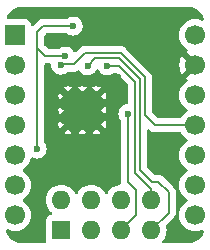
<source format=gbr>
%TF.GenerationSoftware,KiCad,Pcbnew,8.0.3*%
%TF.CreationDate,2024-07-22T10:14:54+02:00*%
%TF.ProjectId,Untitled,556e7469-746c-4656-942e-6b696361645f,rev?*%
%TF.SameCoordinates,Original*%
%TF.FileFunction,Copper,L2,Bot*%
%TF.FilePolarity,Positive*%
%FSLAX46Y46*%
G04 Gerber Fmt 4.6, Leading zero omitted, Abs format (unit mm)*
G04 Created by KiCad (PCBNEW 8.0.3) date 2024-07-22 10:14:54*
%MOMM*%
%LPD*%
G01*
G04 APERTURE LIST*
%TA.AperFunction,ComponentPad*%
%ADD10R,1.700000X1.700000*%
%TD*%
%TA.AperFunction,ComponentPad*%
%ADD11C,1.700000*%
%TD*%
%TA.AperFunction,ComponentPad*%
%ADD12R,1.600000X1.600000*%
%TD*%
%TA.AperFunction,ComponentPad*%
%ADD13O,1.600000X1.600000*%
%TD*%
%TA.AperFunction,HeatsinkPad*%
%ADD14C,0.630000*%
%TD*%
%TA.AperFunction,HeatsinkPad*%
%ADD15R,3.030000X3.030000*%
%TD*%
%TA.AperFunction,ViaPad*%
%ADD16C,0.600000*%
%TD*%
%TA.AperFunction,Conductor*%
%ADD17C,0.200000*%
%TD*%
G04 APERTURE END LIST*
D10*
%TO.P,U1,1,P0.02_A0_D0*%
%TO.N,MCLK*%
X89826500Y-49537590D03*
D11*
%TO.P,U1,2,P0.03_A1_D1*%
%TO.N,BCLK*%
X89826500Y-52077590D03*
%TO.P,U1,3,P0.28_A2_D2*%
%TO.N,WCLK*%
X89826500Y-54617590D03*
%TO.P,U1,4,P0.29_A3_D3*%
%TO.N,DIN*%
X89826500Y-57157590D03*
%TO.P,U1,5,P0.04_A4_D4_SDA*%
%TO.N,DOUT*%
X89826500Y-59697590D03*
%TO.P,U1,6,P0.05_A5_D5_SCL*%
%TO.N,SCL*%
X89826500Y-62237590D03*
%TO.P,U1,7,P1.11_D6_TX*%
%TO.N,SDA*%
X89826500Y-64777590D03*
%TO.P,U1,8,P1.12_D7_RX*%
%TO.N,unconnected-(U1-P1.12_D7_RX-Pad8)*%
X105076500Y-64777590D03*
%TO.P,U1,9,P1.13_D8_SCK*%
%TO.N,unconnected-(U1-P1.13_D8_SCK-Pad9)*%
X105076500Y-62237590D03*
%TO.P,U1,10,P1.14_D9_MISO*%
%TO.N,unconnected-(U1-P1.14_D9_MISO-Pad10)*%
X105076500Y-59697590D03*
%TO.P,U1,11,P1.15_D10_MOSI*%
%TO.N,~{RESET}*%
X105076500Y-57157590D03*
%TO.P,U1,12,3V3*%
%TO.N,3V3*%
X105076500Y-54617590D03*
%TO.P,U1,13,GND*%
%TO.N,GND*%
X105076500Y-52077590D03*
%TO.P,U1,14,5V*%
%TO.N,unconnected-(U1-5V-Pad14)*%
X105076500Y-49537590D03*
%TD*%
D12*
%TO.P,J1,1,IN1_R*%
%TO.N,IN1_R*%
X93726000Y-66040000D03*
D13*
%TO.P,J1,2,IN2_R*%
%TO.N,IN2_R*%
X96266000Y-66040000D03*
%TO.P,J1,3,MICBIAS*%
%TO.N,MICBIAS*%
X98806000Y-66040000D03*
%TO.P,J1,4,HPR*%
%TO.N,HPR*%
X101346000Y-66040000D03*
%TO.P,J1,5,HPL*%
%TO.N,HPL*%
X101346000Y-63500000D03*
%TO.P,J1,6,GND*%
%TO.N,GND*%
X98806000Y-63500000D03*
%TO.P,J1,7,IN2_L*%
%TO.N,IN2_L*%
X96266000Y-63500000D03*
%TO.P,J1,8,IN1_L*%
%TO.N,IN1_L*%
X93726000Y-63500000D03*
%TD*%
D14*
%TO.P,U2,33,THERMAL*%
%TO.N,GND*%
X94304000Y-54693000D03*
X94304000Y-55893000D03*
X94304000Y-57093000D03*
X95504000Y-54693000D03*
X95504000Y-55893000D03*
D15*
X95504000Y-55893000D03*
D14*
X95504000Y-57093000D03*
X96704000Y-54693000D03*
X96704000Y-55893000D03*
X96704000Y-57093000D03*
%TD*%
D16*
%TO.N,GND*%
X98298000Y-60198000D03*
X103378000Y-55880000D03*
X97790000Y-48768000D03*
X98552000Y-53086000D03*
X103632000Y-66294000D03*
X91186000Y-47752000D03*
X103124000Y-61214000D03*
X93726000Y-61214000D03*
X91440000Y-66040000D03*
X100838000Y-51054000D03*
X96012000Y-61214000D03*
X104394000Y-47752000D03*
%TO.N,3V3*%
X94742000Y-48768000D03*
X91694000Y-59182000D03*
X94081600Y-51308000D03*
%TO.N,~{RESET}*%
X93675200Y-52070000D03*
%TO.N,HPL*%
X97637600Y-52120800D03*
%TO.N,HPR*%
X95961200Y-52120800D03*
%TO.N,MICBIAS*%
X99364800Y-56184800D03*
%TD*%
D17*
%TO.N,3V3*%
X91694000Y-49276000D02*
X92202000Y-48768000D01*
X94081600Y-51308000D02*
X92354400Y-51308000D01*
X91694000Y-59182000D02*
X91694000Y-50647600D01*
X92202000Y-48768000D02*
X94742000Y-48768000D01*
X92354400Y-51308000D02*
X91694000Y-50647600D01*
X91694000Y-50647600D02*
X91694000Y-49276000D01*
%TO.N,~{RESET}*%
X93675200Y-52070000D02*
X93726000Y-52019200D01*
X100780800Y-56280000D02*
X101658390Y-57157590D01*
X100780800Y-53072714D02*
X100780800Y-56280000D01*
X95758000Y-51054000D02*
X98762086Y-51054000D01*
X101658390Y-57157590D02*
X105076500Y-57157590D01*
X98762086Y-51054000D02*
X100780800Y-53072714D01*
X93726000Y-52019200D02*
X94792800Y-52019200D01*
X94792800Y-52019200D02*
X95758000Y-51054000D01*
%TO.N,HPL*%
X99980800Y-53498800D02*
X99980800Y-61220400D01*
X99980800Y-61220400D02*
X101346000Y-62585600D01*
X98602800Y-52120800D02*
X99980800Y-53498800D01*
X101346000Y-62585600D02*
X101346000Y-63500000D01*
X97637600Y-52120800D02*
X98602800Y-52120800D01*
%TO.N,HPR*%
X101955600Y-61976000D02*
X102819200Y-62839600D01*
X96621600Y-51460400D02*
X98602800Y-51460400D01*
X101377635Y-61976000D02*
X101955600Y-61976000D01*
X98602800Y-51460400D02*
X100380800Y-53238400D01*
X102819200Y-64566800D02*
X101346000Y-66040000D01*
X102819200Y-62839600D02*
X102819200Y-64566800D01*
X100380800Y-60979165D02*
X101377635Y-61976000D01*
X100380800Y-53238400D02*
X100380800Y-60979165D01*
X95961200Y-52120800D02*
X96621600Y-51460400D01*
%TO.N,MICBIAS*%
X99364800Y-61976000D02*
X100076000Y-62687200D01*
X99364800Y-56184800D02*
X99364800Y-61976000D01*
X100076000Y-62687200D02*
X100076000Y-64770000D01*
X100076000Y-64770000D02*
X98806000Y-66040000D01*
%TD*%
%TA.AperFunction,Conductor*%
%TO.N,GND*%
G36*
X92816115Y-51928185D02*
G01*
X92861870Y-51980989D01*
X92872296Y-52046385D01*
X92869635Y-52069999D01*
X92869635Y-52070003D01*
X92889830Y-52249249D01*
X92889831Y-52249254D01*
X92949411Y-52419523D01*
X93002390Y-52503838D01*
X93045384Y-52572262D01*
X93172938Y-52699816D01*
X93325678Y-52795789D01*
X93449062Y-52838963D01*
X93495945Y-52855368D01*
X93495950Y-52855369D01*
X93675196Y-52875565D01*
X93675200Y-52875565D01*
X93675204Y-52875565D01*
X93854449Y-52855369D01*
X93854452Y-52855368D01*
X93854455Y-52855368D01*
X94024722Y-52795789D01*
X94177462Y-52699816D01*
X94221259Y-52656019D01*
X94282582Y-52622534D01*
X94308940Y-52619700D01*
X94706131Y-52619700D01*
X94706147Y-52619701D01*
X94713743Y-52619701D01*
X94871854Y-52619701D01*
X94871857Y-52619701D01*
X95024585Y-52578777D01*
X95089578Y-52541253D01*
X95125852Y-52520310D01*
X95193749Y-52503838D01*
X95259776Y-52526690D01*
X95292843Y-52561725D01*
X95331384Y-52623062D01*
X95458938Y-52750616D01*
X95530829Y-52795788D01*
X95602671Y-52840930D01*
X95611678Y-52846589D01*
X95694487Y-52875565D01*
X95781945Y-52906168D01*
X95781950Y-52906169D01*
X95961196Y-52926365D01*
X95961200Y-52926365D01*
X95961204Y-52926365D01*
X96140449Y-52906169D01*
X96140452Y-52906168D01*
X96140455Y-52906168D01*
X96310722Y-52846589D01*
X96463462Y-52750616D01*
X96591016Y-52623062D01*
X96686989Y-52470322D01*
X96686990Y-52470318D01*
X96687680Y-52468888D01*
X96688371Y-52468121D01*
X96690694Y-52464426D01*
X96691341Y-52464832D01*
X96734503Y-52417029D01*
X96801930Y-52398716D01*
X96868554Y-52419764D01*
X96907554Y-52464772D01*
X96908106Y-52464426D01*
X96910354Y-52468004D01*
X96911120Y-52468888D01*
X96911810Y-52470321D01*
X96979958Y-52578777D01*
X97007784Y-52623062D01*
X97135338Y-52750616D01*
X97207229Y-52795788D01*
X97279071Y-52840930D01*
X97288078Y-52846589D01*
X97370887Y-52875565D01*
X97458345Y-52906168D01*
X97458350Y-52906169D01*
X97637596Y-52926365D01*
X97637600Y-52926365D01*
X97637604Y-52926365D01*
X97816849Y-52906169D01*
X97816852Y-52906168D01*
X97816855Y-52906168D01*
X97987122Y-52846589D01*
X98139862Y-52750616D01*
X98139867Y-52750610D01*
X98142697Y-52748355D01*
X98144875Y-52747465D01*
X98145758Y-52746911D01*
X98145855Y-52747065D01*
X98207383Y-52721945D01*
X98220012Y-52721300D01*
X98302703Y-52721300D01*
X98369742Y-52740985D01*
X98390384Y-52757619D01*
X99343981Y-53711216D01*
X99377466Y-53772539D01*
X99380300Y-53798897D01*
X99380300Y-55266675D01*
X99360615Y-55333714D01*
X99307811Y-55379469D01*
X99270183Y-55389895D01*
X99185550Y-55399430D01*
X99185545Y-55399431D01*
X99015276Y-55459011D01*
X98862537Y-55554984D01*
X98734984Y-55682537D01*
X98639011Y-55835276D01*
X98579431Y-56005545D01*
X98579430Y-56005550D01*
X98559235Y-56184796D01*
X98559235Y-56184803D01*
X98579430Y-56364049D01*
X98579431Y-56364054D01*
X98639011Y-56534323D01*
X98734985Y-56687063D01*
X98737245Y-56689897D01*
X98738134Y-56692075D01*
X98738689Y-56692958D01*
X98738534Y-56693055D01*
X98763655Y-56754583D01*
X98764300Y-56767212D01*
X98764300Y-61889330D01*
X98764299Y-61889348D01*
X98764299Y-62055055D01*
X98765360Y-62063113D01*
X98763400Y-62063371D01*
X98761988Y-62122508D01*
X98722821Y-62180368D01*
X98658591Y-62207867D01*
X98654688Y-62208271D01*
X98579399Y-62214858D01*
X98579389Y-62214860D01*
X98359682Y-62273730D01*
X98359673Y-62273734D01*
X98153517Y-62369865D01*
X97967179Y-62500342D01*
X97806342Y-62661179D01*
X97675867Y-62847515D01*
X97648657Y-62905867D01*
X97602484Y-62958306D01*
X97535290Y-62977457D01*
X97468409Y-62957241D01*
X97423893Y-62905865D01*
X97396570Y-62847271D01*
X97396567Y-62847265D01*
X97266045Y-62660858D01*
X97105141Y-62499954D01*
X96918734Y-62369432D01*
X96918732Y-62369431D01*
X96712497Y-62273261D01*
X96712488Y-62273258D01*
X96492697Y-62214366D01*
X96492693Y-62214365D01*
X96492692Y-62214365D01*
X96492691Y-62214364D01*
X96492686Y-62214364D01*
X96266002Y-62194532D01*
X96265998Y-62194532D01*
X96039313Y-62214364D01*
X96039302Y-62214366D01*
X95819511Y-62273258D01*
X95819502Y-62273261D01*
X95613267Y-62369431D01*
X95613265Y-62369432D01*
X95426858Y-62499954D01*
X95265954Y-62660858D01*
X95135432Y-62847265D01*
X95135431Y-62847267D01*
X95108382Y-62905275D01*
X95062209Y-62957714D01*
X94995016Y-62976866D01*
X94928135Y-62956650D01*
X94883618Y-62905275D01*
X94856568Y-62847267D01*
X94856567Y-62847265D01*
X94726045Y-62660858D01*
X94565141Y-62499954D01*
X94378734Y-62369432D01*
X94378732Y-62369431D01*
X94172497Y-62273261D01*
X94172488Y-62273258D01*
X93952697Y-62214366D01*
X93952693Y-62214365D01*
X93952692Y-62214365D01*
X93952691Y-62214364D01*
X93952686Y-62214364D01*
X93726002Y-62194532D01*
X93725998Y-62194532D01*
X93499313Y-62214364D01*
X93499302Y-62214366D01*
X93279511Y-62273258D01*
X93279502Y-62273261D01*
X93073267Y-62369431D01*
X93073265Y-62369432D01*
X92886858Y-62499954D01*
X92725954Y-62660858D01*
X92595432Y-62847265D01*
X92595431Y-62847267D01*
X92499261Y-63053502D01*
X92499258Y-63053511D01*
X92440366Y-63273302D01*
X92440364Y-63273313D01*
X92420532Y-63499998D01*
X92420532Y-63500001D01*
X92440364Y-63726686D01*
X92440366Y-63726697D01*
X92499258Y-63946488D01*
X92499261Y-63946497D01*
X92595431Y-64152732D01*
X92595432Y-64152734D01*
X92725954Y-64339141D01*
X92886858Y-64500045D01*
X92911462Y-64517273D01*
X92955087Y-64571849D01*
X92962281Y-64641348D01*
X92930758Y-64703703D01*
X92870529Y-64739117D01*
X92853593Y-64742138D01*
X92818516Y-64745908D01*
X92683671Y-64796202D01*
X92683664Y-64796206D01*
X92568455Y-64882452D01*
X92568452Y-64882455D01*
X92482206Y-64997664D01*
X92482202Y-64997671D01*
X92431908Y-65132517D01*
X92425501Y-65192116D01*
X92425500Y-65192135D01*
X92425500Y-66887870D01*
X92425501Y-66887876D01*
X92431908Y-66947483D01*
X92436477Y-66959731D01*
X92441461Y-67029423D01*
X92407976Y-67090746D01*
X92346653Y-67124230D01*
X92320295Y-67127064D01*
X90384170Y-67127064D01*
X90384141Y-67127062D01*
X90375518Y-67127062D01*
X90367776Y-67127062D01*
X90314497Y-67127063D01*
X90304769Y-67126681D01*
X90119509Y-67112105D01*
X90100289Y-67109061D01*
X89924350Y-67066824D01*
X89905844Y-67060811D01*
X89738666Y-66991565D01*
X89721329Y-66982732D01*
X89567051Y-66888192D01*
X89551308Y-66876754D01*
X89413717Y-66759240D01*
X89399959Y-66745482D01*
X89341202Y-66676686D01*
X89282444Y-66607889D01*
X89271007Y-66592148D01*
X89265614Y-66583348D01*
X89176465Y-66437867D01*
X89167634Y-66420533D01*
X89098388Y-66253355D01*
X89092377Y-66234854D01*
X89068726Y-66136335D01*
X89072217Y-66066553D01*
X89112882Y-66009736D01*
X89177809Y-65983924D01*
X89241704Y-65995007D01*
X89362837Y-66051493D01*
X89591092Y-66112653D01*
X89779418Y-66129129D01*
X89826499Y-66133249D01*
X89826500Y-66133249D01*
X89826501Y-66133249D01*
X89865734Y-66129816D01*
X90061908Y-66112653D01*
X90290163Y-66051493D01*
X90504330Y-65951625D01*
X90697901Y-65816085D01*
X90864995Y-65648991D01*
X91000535Y-65455420D01*
X91100403Y-65241253D01*
X91161563Y-65012998D01*
X91182159Y-64777590D01*
X91161563Y-64542182D01*
X91107159Y-64339141D01*
X91100405Y-64313934D01*
X91100404Y-64313933D01*
X91100403Y-64313927D01*
X91000535Y-64099761D01*
X90996595Y-64094133D01*
X90864994Y-63906187D01*
X90697902Y-63739096D01*
X90697896Y-63739091D01*
X90512342Y-63609165D01*
X90468717Y-63554588D01*
X90461523Y-63485090D01*
X90493046Y-63422735D01*
X90512342Y-63406015D01*
X90620865Y-63330026D01*
X90697901Y-63276085D01*
X90864995Y-63108991D01*
X91000535Y-62915420D01*
X91100403Y-62701253D01*
X91161563Y-62472998D01*
X91182159Y-62237590D01*
X91161563Y-62002182D01*
X91100403Y-61773927D01*
X91000535Y-61559761D01*
X90955526Y-61495480D01*
X90864994Y-61366187D01*
X90697902Y-61199096D01*
X90697896Y-61199091D01*
X90512342Y-61069165D01*
X90468717Y-61014588D01*
X90461523Y-60945090D01*
X90493046Y-60882735D01*
X90512342Y-60866015D01*
X90620865Y-60790026D01*
X90697901Y-60736085D01*
X90864995Y-60568991D01*
X91000535Y-60375420D01*
X91100403Y-60161253D01*
X91150218Y-59975338D01*
X91186581Y-59915680D01*
X91249428Y-59885150D01*
X91318804Y-59893444D01*
X91335965Y-59902440D01*
X91344478Y-59907789D01*
X91514745Y-59967368D01*
X91514750Y-59967369D01*
X91693996Y-59987565D01*
X91694000Y-59987565D01*
X91694004Y-59987565D01*
X91873249Y-59967369D01*
X91873252Y-59967368D01*
X91873255Y-59967368D01*
X92043522Y-59907789D01*
X92196262Y-59811816D01*
X92323816Y-59684262D01*
X92419789Y-59531522D01*
X92479368Y-59361255D01*
X92479369Y-59361249D01*
X92499565Y-59182003D01*
X92499565Y-59181996D01*
X92479369Y-59002750D01*
X92479368Y-59002745D01*
X92419789Y-58832478D01*
X92415837Y-58826189D01*
X92323813Y-58679734D01*
X92321550Y-58676896D01*
X92320659Y-58674715D01*
X92320111Y-58673842D01*
X92320264Y-58673745D01*
X92295144Y-58612209D01*
X92294500Y-58599587D01*
X92294500Y-57820540D01*
X93930010Y-57820540D01*
X93930011Y-57820541D01*
X93948147Y-57831936D01*
X94121490Y-57892592D01*
X94121503Y-57892595D01*
X94303996Y-57913157D01*
X94304004Y-57913157D01*
X94486496Y-57892595D01*
X94486509Y-57892592D01*
X94659849Y-57831937D01*
X94659855Y-57831935D01*
X94677987Y-57820541D01*
X94677987Y-57820540D01*
X95130010Y-57820540D01*
X95130011Y-57820541D01*
X95148147Y-57831936D01*
X95321490Y-57892592D01*
X95321503Y-57892595D01*
X95503996Y-57913157D01*
X95504004Y-57913157D01*
X95686496Y-57892595D01*
X95686509Y-57892592D01*
X95859849Y-57831937D01*
X95859855Y-57831935D01*
X95877987Y-57820541D01*
X95877987Y-57820540D01*
X96330010Y-57820540D01*
X96330011Y-57820541D01*
X96348147Y-57831936D01*
X96521490Y-57892592D01*
X96521503Y-57892595D01*
X96703996Y-57913157D01*
X96704004Y-57913157D01*
X96886496Y-57892595D01*
X96886509Y-57892592D01*
X97059849Y-57831937D01*
X97059855Y-57831935D01*
X97077987Y-57820541D01*
X97077987Y-57820540D01*
X96704001Y-57446553D01*
X96704000Y-57446553D01*
X96330010Y-57820540D01*
X95877987Y-57820540D01*
X95504001Y-57446553D01*
X95504000Y-57446553D01*
X95130010Y-57820540D01*
X94677987Y-57820540D01*
X94304001Y-57446553D01*
X94304000Y-57446553D01*
X93930010Y-57820540D01*
X92294500Y-57820540D01*
X92294500Y-57092996D01*
X93483843Y-57092996D01*
X93483843Y-57093003D01*
X93504404Y-57275496D01*
X93504407Y-57275509D01*
X93565060Y-57448843D01*
X93565065Y-57448854D01*
X93576458Y-57466987D01*
X93950447Y-57093000D01*
X93917626Y-57060179D01*
X94139000Y-57060179D01*
X94139000Y-57125821D01*
X94164119Y-57186465D01*
X94210535Y-57232881D01*
X94271179Y-57258000D01*
X94336821Y-57258000D01*
X94397465Y-57232881D01*
X94443881Y-57186465D01*
X94469000Y-57125821D01*
X94469000Y-57093000D01*
X94657553Y-57093000D01*
X94904000Y-57339447D01*
X95150447Y-57093000D01*
X95117626Y-57060179D01*
X95339000Y-57060179D01*
X95339000Y-57125821D01*
X95364119Y-57186465D01*
X95410535Y-57232881D01*
X95471179Y-57258000D01*
X95536821Y-57258000D01*
X95597465Y-57232881D01*
X95643881Y-57186465D01*
X95669000Y-57125821D01*
X95669000Y-57093000D01*
X95857553Y-57093000D01*
X96104000Y-57339447D01*
X96350447Y-57093000D01*
X96317626Y-57060179D01*
X96539000Y-57060179D01*
X96539000Y-57125821D01*
X96564119Y-57186465D01*
X96610535Y-57232881D01*
X96671179Y-57258000D01*
X96736821Y-57258000D01*
X96797465Y-57232881D01*
X96843881Y-57186465D01*
X96869000Y-57125821D01*
X96869000Y-57092999D01*
X97057553Y-57092999D01*
X97057553Y-57093000D01*
X97431540Y-57466987D01*
X97431541Y-57466987D01*
X97442935Y-57448855D01*
X97442937Y-57448849D01*
X97503592Y-57275509D01*
X97503595Y-57275496D01*
X97524157Y-57093003D01*
X97524157Y-57092996D01*
X97503595Y-56910503D01*
X97503592Y-56910490D01*
X97442936Y-56737147D01*
X97431541Y-56719011D01*
X97431540Y-56719010D01*
X97057553Y-57092999D01*
X96869000Y-57092999D01*
X96869000Y-57060179D01*
X96843881Y-56999535D01*
X96797465Y-56953119D01*
X96736821Y-56928000D01*
X96671179Y-56928000D01*
X96610535Y-56953119D01*
X96564119Y-56999535D01*
X96539000Y-57060179D01*
X96317626Y-57060179D01*
X96104000Y-56846553D01*
X95857553Y-57093000D01*
X95669000Y-57093000D01*
X95669000Y-57060179D01*
X95643881Y-56999535D01*
X95597465Y-56953119D01*
X95536821Y-56928000D01*
X95471179Y-56928000D01*
X95410535Y-56953119D01*
X95364119Y-56999535D01*
X95339000Y-57060179D01*
X95117626Y-57060179D01*
X94904000Y-56846553D01*
X94657553Y-57093000D01*
X94469000Y-57093000D01*
X94469000Y-57060179D01*
X94443881Y-56999535D01*
X94397465Y-56953119D01*
X94336821Y-56928000D01*
X94271179Y-56928000D01*
X94210535Y-56953119D01*
X94164119Y-56999535D01*
X94139000Y-57060179D01*
X93917626Y-57060179D01*
X93576458Y-56719011D01*
X93565066Y-56737144D01*
X93565060Y-56737156D01*
X93504407Y-56910490D01*
X93504404Y-56910503D01*
X93483843Y-57092996D01*
X92294500Y-57092996D01*
X92294500Y-56493000D01*
X94057553Y-56493000D01*
X94304000Y-56739447D01*
X94550447Y-56493000D01*
X95257553Y-56493000D01*
X95504000Y-56739447D01*
X95750447Y-56493000D01*
X96457553Y-56493000D01*
X96704000Y-56739447D01*
X96950447Y-56493000D01*
X96704000Y-56246553D01*
X96457553Y-56493000D01*
X95750447Y-56493000D01*
X95504000Y-56246553D01*
X95257553Y-56493000D01*
X94550447Y-56493000D01*
X94304000Y-56246553D01*
X94057553Y-56493000D01*
X92294500Y-56493000D01*
X92294500Y-55892996D01*
X93483843Y-55892996D01*
X93483843Y-55893003D01*
X93504404Y-56075496D01*
X93504407Y-56075509D01*
X93565060Y-56248843D01*
X93565065Y-56248854D01*
X93576458Y-56266987D01*
X93950447Y-55893000D01*
X93917626Y-55860179D01*
X94139000Y-55860179D01*
X94139000Y-55925821D01*
X94164119Y-55986465D01*
X94210535Y-56032881D01*
X94271179Y-56058000D01*
X94336821Y-56058000D01*
X94397465Y-56032881D01*
X94443881Y-55986465D01*
X94469000Y-55925821D01*
X94469000Y-55893000D01*
X94657553Y-55893000D01*
X94904000Y-56139447D01*
X95150447Y-55893000D01*
X95117626Y-55860179D01*
X95339000Y-55860179D01*
X95339000Y-55925821D01*
X95364119Y-55986465D01*
X95410535Y-56032881D01*
X95471179Y-56058000D01*
X95536821Y-56058000D01*
X95597465Y-56032881D01*
X95643881Y-55986465D01*
X95669000Y-55925821D01*
X95669000Y-55893000D01*
X95857553Y-55893000D01*
X96104000Y-56139447D01*
X96350447Y-55893000D01*
X96317626Y-55860179D01*
X96539000Y-55860179D01*
X96539000Y-55925821D01*
X96564119Y-55986465D01*
X96610535Y-56032881D01*
X96671179Y-56058000D01*
X96736821Y-56058000D01*
X96797465Y-56032881D01*
X96843881Y-55986465D01*
X96869000Y-55925821D01*
X96869000Y-55892999D01*
X97057553Y-55892999D01*
X97057553Y-55893000D01*
X97431540Y-56266987D01*
X97431541Y-56266987D01*
X97442935Y-56248855D01*
X97442937Y-56248849D01*
X97503592Y-56075509D01*
X97503595Y-56075496D01*
X97524157Y-55893003D01*
X97524157Y-55892996D01*
X97503595Y-55710503D01*
X97503592Y-55710490D01*
X97442936Y-55537147D01*
X97431541Y-55519011D01*
X97431540Y-55519010D01*
X97057553Y-55892999D01*
X96869000Y-55892999D01*
X96869000Y-55860179D01*
X96843881Y-55799535D01*
X96797465Y-55753119D01*
X96736821Y-55728000D01*
X96671179Y-55728000D01*
X96610535Y-55753119D01*
X96564119Y-55799535D01*
X96539000Y-55860179D01*
X96317626Y-55860179D01*
X96104000Y-55646553D01*
X95857553Y-55893000D01*
X95669000Y-55893000D01*
X95669000Y-55860179D01*
X95643881Y-55799535D01*
X95597465Y-55753119D01*
X95536821Y-55728000D01*
X95471179Y-55728000D01*
X95410535Y-55753119D01*
X95364119Y-55799535D01*
X95339000Y-55860179D01*
X95117626Y-55860179D01*
X94904000Y-55646553D01*
X94657553Y-55893000D01*
X94469000Y-55893000D01*
X94469000Y-55860179D01*
X94443881Y-55799535D01*
X94397465Y-55753119D01*
X94336821Y-55728000D01*
X94271179Y-55728000D01*
X94210535Y-55753119D01*
X94164119Y-55799535D01*
X94139000Y-55860179D01*
X93917626Y-55860179D01*
X93576458Y-55519011D01*
X93565066Y-55537144D01*
X93565060Y-55537156D01*
X93504407Y-55710490D01*
X93504404Y-55710503D01*
X93483843Y-55892996D01*
X92294500Y-55892996D01*
X92294500Y-55293000D01*
X94057553Y-55293000D01*
X94304000Y-55539447D01*
X94550447Y-55293000D01*
X95257553Y-55293000D01*
X95504000Y-55539447D01*
X95750447Y-55293000D01*
X96457553Y-55293000D01*
X96704000Y-55539447D01*
X96950447Y-55293000D01*
X96704000Y-55046553D01*
X96457553Y-55293000D01*
X95750447Y-55293000D01*
X95504000Y-55046553D01*
X95257553Y-55293000D01*
X94550447Y-55293000D01*
X94304000Y-55046553D01*
X94057553Y-55293000D01*
X92294500Y-55293000D01*
X92294500Y-54692996D01*
X93483843Y-54692996D01*
X93483843Y-54693003D01*
X93504404Y-54875496D01*
X93504407Y-54875509D01*
X93565060Y-55048843D01*
X93565065Y-55048854D01*
X93576458Y-55066987D01*
X93950447Y-54693000D01*
X93917626Y-54660179D01*
X94139000Y-54660179D01*
X94139000Y-54725821D01*
X94164119Y-54786465D01*
X94210535Y-54832881D01*
X94271179Y-54858000D01*
X94336821Y-54858000D01*
X94397465Y-54832881D01*
X94443881Y-54786465D01*
X94469000Y-54725821D01*
X94469000Y-54693000D01*
X94657553Y-54693000D01*
X94904000Y-54939447D01*
X95150447Y-54693000D01*
X95117626Y-54660179D01*
X95339000Y-54660179D01*
X95339000Y-54725821D01*
X95364119Y-54786465D01*
X95410535Y-54832881D01*
X95471179Y-54858000D01*
X95536821Y-54858000D01*
X95597465Y-54832881D01*
X95643881Y-54786465D01*
X95669000Y-54725821D01*
X95669000Y-54693000D01*
X95857553Y-54693000D01*
X96104000Y-54939447D01*
X96350447Y-54693000D01*
X96317626Y-54660179D01*
X96539000Y-54660179D01*
X96539000Y-54725821D01*
X96564119Y-54786465D01*
X96610535Y-54832881D01*
X96671179Y-54858000D01*
X96736821Y-54858000D01*
X96797465Y-54832881D01*
X96843881Y-54786465D01*
X96869000Y-54725821D01*
X96869000Y-54692999D01*
X97057553Y-54692999D01*
X97057553Y-54693000D01*
X97431540Y-55066987D01*
X97431541Y-55066987D01*
X97442935Y-55048855D01*
X97442937Y-55048849D01*
X97503592Y-54875509D01*
X97503595Y-54875496D01*
X97524157Y-54693003D01*
X97524157Y-54692996D01*
X97503595Y-54510503D01*
X97503592Y-54510490D01*
X97442936Y-54337147D01*
X97431541Y-54319011D01*
X97431540Y-54319010D01*
X97057553Y-54692999D01*
X96869000Y-54692999D01*
X96869000Y-54660179D01*
X96843881Y-54599535D01*
X96797465Y-54553119D01*
X96736821Y-54528000D01*
X96671179Y-54528000D01*
X96610535Y-54553119D01*
X96564119Y-54599535D01*
X96539000Y-54660179D01*
X96317626Y-54660179D01*
X96104000Y-54446553D01*
X95857553Y-54693000D01*
X95669000Y-54693000D01*
X95669000Y-54660179D01*
X95643881Y-54599535D01*
X95597465Y-54553119D01*
X95536821Y-54528000D01*
X95471179Y-54528000D01*
X95410535Y-54553119D01*
X95364119Y-54599535D01*
X95339000Y-54660179D01*
X95117626Y-54660179D01*
X94904000Y-54446553D01*
X94657553Y-54693000D01*
X94469000Y-54693000D01*
X94469000Y-54660179D01*
X94443881Y-54599535D01*
X94397465Y-54553119D01*
X94336821Y-54528000D01*
X94271179Y-54528000D01*
X94210535Y-54553119D01*
X94164119Y-54599535D01*
X94139000Y-54660179D01*
X93917626Y-54660179D01*
X93576458Y-54319011D01*
X93565066Y-54337144D01*
X93565060Y-54337156D01*
X93504407Y-54510490D01*
X93504404Y-54510503D01*
X93483843Y-54692996D01*
X92294500Y-54692996D01*
X92294500Y-53965458D01*
X93930011Y-53965458D01*
X94304000Y-54339447D01*
X94304001Y-54339447D01*
X94677988Y-53965458D01*
X95130011Y-53965458D01*
X95504000Y-54339447D01*
X95504001Y-54339447D01*
X95877988Y-53965458D01*
X96330011Y-53965458D01*
X96704000Y-54339447D01*
X96704001Y-54339447D01*
X97077988Y-53965458D01*
X97059854Y-53954065D01*
X97059843Y-53954060D01*
X96886509Y-53893407D01*
X96886496Y-53893404D01*
X96704004Y-53872843D01*
X96703996Y-53872843D01*
X96521503Y-53893404D01*
X96521490Y-53893407D01*
X96348156Y-53954060D01*
X96348144Y-53954066D01*
X96330011Y-53965458D01*
X95877988Y-53965458D01*
X95859854Y-53954065D01*
X95859843Y-53954060D01*
X95686509Y-53893407D01*
X95686496Y-53893404D01*
X95504004Y-53872843D01*
X95503996Y-53872843D01*
X95321503Y-53893404D01*
X95321490Y-53893407D01*
X95148156Y-53954060D01*
X95148144Y-53954066D01*
X95130011Y-53965458D01*
X94677988Y-53965458D01*
X94659854Y-53954065D01*
X94659843Y-53954060D01*
X94486509Y-53893407D01*
X94486496Y-53893404D01*
X94304004Y-53872843D01*
X94303996Y-53872843D01*
X94121503Y-53893404D01*
X94121490Y-53893407D01*
X93948156Y-53954060D01*
X93948144Y-53954066D01*
X93930011Y-53965458D01*
X92294500Y-53965458D01*
X92294500Y-52032501D01*
X92314185Y-51965462D01*
X92366989Y-51919707D01*
X92418500Y-51908501D01*
X92441054Y-51908501D01*
X92441070Y-51908500D01*
X92749076Y-51908500D01*
X92816115Y-51928185D01*
G37*
%TD.AperFunction*%
%TA.AperFunction,Conductor*%
G36*
X101186503Y-57535384D02*
G01*
X101192957Y-57541393D01*
X101289674Y-57638110D01*
X101289676Y-57638111D01*
X101289677Y-57638112D01*
X101289680Y-57638114D01*
X101426599Y-57717163D01*
X101426606Y-57717167D01*
X101579333Y-57758091D01*
X101579335Y-57758091D01*
X101745044Y-57758091D01*
X101745060Y-57758090D01*
X103787409Y-57758090D01*
X103854448Y-57777775D01*
X103899792Y-57829687D01*
X103902465Y-57835420D01*
X104038001Y-58028986D01*
X104038006Y-58028992D01*
X104205097Y-58196083D01*
X104205103Y-58196088D01*
X104390658Y-58326015D01*
X104434283Y-58380592D01*
X104441477Y-58450090D01*
X104409954Y-58512445D01*
X104390658Y-58529165D01*
X104205097Y-58659095D01*
X104038005Y-58826187D01*
X103902465Y-59019759D01*
X103902464Y-59019761D01*
X103802598Y-59233925D01*
X103802594Y-59233934D01*
X103741438Y-59462176D01*
X103741436Y-59462186D01*
X103720841Y-59697589D01*
X103720841Y-59697590D01*
X103741436Y-59932993D01*
X103741438Y-59933003D01*
X103802594Y-60161245D01*
X103802596Y-60161249D01*
X103802597Y-60161253D01*
X103902465Y-60375420D01*
X103902467Y-60375424D01*
X104038001Y-60568985D01*
X104038006Y-60568992D01*
X104205097Y-60736083D01*
X104205103Y-60736088D01*
X104390658Y-60866015D01*
X104434283Y-60920592D01*
X104441477Y-60990090D01*
X104409954Y-61052445D01*
X104390658Y-61069165D01*
X104205097Y-61199095D01*
X104038005Y-61366187D01*
X103902465Y-61559759D01*
X103902464Y-61559761D01*
X103802598Y-61773925D01*
X103802594Y-61773934D01*
X103741438Y-62002176D01*
X103741436Y-62002186D01*
X103720841Y-62237589D01*
X103720841Y-62237590D01*
X103741436Y-62472993D01*
X103741438Y-62473003D01*
X103802594Y-62701245D01*
X103802596Y-62701249D01*
X103802597Y-62701253D01*
X103870684Y-62847265D01*
X103902465Y-62915420D01*
X103902467Y-62915424D01*
X103999157Y-63053511D01*
X104031709Y-63100000D01*
X104038001Y-63108985D01*
X104038006Y-63108992D01*
X104205097Y-63276083D01*
X104205103Y-63276088D01*
X104390658Y-63406015D01*
X104434283Y-63460592D01*
X104441477Y-63530090D01*
X104409954Y-63592445D01*
X104390658Y-63609165D01*
X104205097Y-63739095D01*
X104038005Y-63906187D01*
X103902465Y-64099759D01*
X103902464Y-64099761D01*
X103802598Y-64313925D01*
X103802594Y-64313934D01*
X103741438Y-64542176D01*
X103741436Y-64542186D01*
X103720841Y-64777589D01*
X103720841Y-64777590D01*
X103741436Y-65012993D01*
X103741438Y-65013003D01*
X103802594Y-65241245D01*
X103802596Y-65241249D01*
X103802597Y-65241253D01*
X103870684Y-65387265D01*
X103902465Y-65455420D01*
X103902467Y-65455424D01*
X104001805Y-65597292D01*
X104038005Y-65648991D01*
X104205099Y-65816085D01*
X104301884Y-65883855D01*
X104398665Y-65951622D01*
X104398667Y-65951623D01*
X104398670Y-65951625D01*
X104612837Y-66051493D01*
X104841092Y-66112653D01*
X105029418Y-66129129D01*
X105076499Y-66133249D01*
X105076500Y-66133249D01*
X105076501Y-66133249D01*
X105115734Y-66129816D01*
X105311908Y-66112653D01*
X105540163Y-66051493D01*
X105622784Y-66012965D01*
X105691860Y-66002474D01*
X105755644Y-66030993D01*
X105793884Y-66089470D01*
X105795762Y-66154293D01*
X105776424Y-66234848D01*
X105770411Y-66253355D01*
X105701165Y-66420533D01*
X105692332Y-66437870D01*
X105597792Y-66592148D01*
X105586354Y-66607891D01*
X105468840Y-66745482D01*
X105455082Y-66759240D01*
X105317491Y-66876754D01*
X105301748Y-66888192D01*
X105147470Y-66982732D01*
X105130133Y-66991565D01*
X104962955Y-67060811D01*
X104944449Y-67066824D01*
X104768510Y-67109061D01*
X104749290Y-67112105D01*
X104564030Y-67126681D01*
X104554302Y-67127063D01*
X104501024Y-67127062D01*
X104493282Y-67127062D01*
X104493281Y-67127062D01*
X104484658Y-67127062D01*
X104484630Y-67127064D01*
X102397485Y-67127064D01*
X102330446Y-67107379D01*
X102284691Y-67054575D01*
X102274747Y-66985417D01*
X102303772Y-66921861D01*
X102309804Y-66915383D01*
X102346045Y-66879141D01*
X102346047Y-66879139D01*
X102476568Y-66692734D01*
X102572739Y-66486496D01*
X102631635Y-66266692D01*
X102650462Y-66051495D01*
X102651468Y-66040001D01*
X102651468Y-66039998D01*
X102638919Y-65896562D01*
X102631635Y-65813308D01*
X102605847Y-65717066D01*
X102607510Y-65647217D01*
X102637939Y-65597294D01*
X103177706Y-65057528D01*
X103177711Y-65057524D01*
X103187914Y-65047320D01*
X103187916Y-65047320D01*
X103299720Y-64935516D01*
X103378777Y-64798584D01*
X103419700Y-64645857D01*
X103419700Y-62928659D01*
X103419701Y-62928646D01*
X103419701Y-62760545D01*
X103419701Y-62760543D01*
X103378777Y-62607815D01*
X103333518Y-62529425D01*
X103333518Y-62529423D01*
X103299724Y-62470890D01*
X103299721Y-62470886D01*
X103299720Y-62470884D01*
X103187916Y-62359080D01*
X103187915Y-62359079D01*
X103183585Y-62354749D01*
X103183574Y-62354739D01*
X102443190Y-61614355D01*
X102443188Y-61614352D01*
X102324317Y-61495481D01*
X102324316Y-61495480D01*
X102237504Y-61445360D01*
X102237504Y-61445359D01*
X102237500Y-61445358D01*
X102187385Y-61416423D01*
X102034657Y-61375499D01*
X101876543Y-61375499D01*
X101868947Y-61375499D01*
X101868931Y-61375500D01*
X101677733Y-61375500D01*
X101610694Y-61355815D01*
X101590052Y-61339181D01*
X101017619Y-60766748D01*
X100984134Y-60705425D01*
X100981300Y-60679067D01*
X100981300Y-57629097D01*
X101000985Y-57562058D01*
X101053789Y-57516303D01*
X101122947Y-57506359D01*
X101186503Y-57535384D01*
G37*
%TD.AperFunction*%
%TA.AperFunction,Conductor*%
G36*
X104484658Y-47172937D02*
G01*
X104493278Y-47172936D01*
X104493282Y-47172938D01*
X104554303Y-47172936D01*
X104564028Y-47173317D01*
X104749296Y-47187895D01*
X104768504Y-47190937D01*
X104944458Y-47233178D01*
X104962955Y-47239188D01*
X105130133Y-47308434D01*
X105147467Y-47317265D01*
X105301751Y-47411809D01*
X105317491Y-47423245D01*
X105455082Y-47540759D01*
X105468840Y-47554517D01*
X105586354Y-47692108D01*
X105597792Y-47707851D01*
X105692332Y-47862129D01*
X105701165Y-47879466D01*
X105770411Y-48046644D01*
X105776424Y-48065150D01*
X105799866Y-48162799D01*
X105796375Y-48232582D01*
X105755710Y-48289399D01*
X105690783Y-48315211D01*
X105626888Y-48304127D01*
X105540169Y-48263689D01*
X105540155Y-48263684D01*
X105311913Y-48202528D01*
X105311903Y-48202526D01*
X105076501Y-48181931D01*
X105076499Y-48181931D01*
X104841096Y-48202526D01*
X104841086Y-48202528D01*
X104612844Y-48263684D01*
X104612835Y-48263688D01*
X104398671Y-48363554D01*
X104398669Y-48363555D01*
X104205097Y-48499095D01*
X104038005Y-48666187D01*
X103902465Y-48859759D01*
X103902464Y-48859761D01*
X103802598Y-49073925D01*
X103802594Y-49073934D01*
X103741438Y-49302176D01*
X103741436Y-49302186D01*
X103720841Y-49537589D01*
X103720841Y-49537590D01*
X103741436Y-49772993D01*
X103741438Y-49773003D01*
X103802594Y-50001245D01*
X103802596Y-50001249D01*
X103802597Y-50001253D01*
X103902465Y-50215420D01*
X103902467Y-50215424D01*
X103994950Y-50347502D01*
X104038005Y-50408991D01*
X104205099Y-50576085D01*
X104371150Y-50692355D01*
X104391094Y-50706320D01*
X104434718Y-50760897D01*
X104441911Y-50830396D01*
X104410389Y-50892750D01*
X104391093Y-50909470D01*
X104315126Y-50962662D01*
X104315125Y-50962662D01*
X104947090Y-51594627D01*
X104883507Y-51611665D01*
X104769493Y-51677491D01*
X104676401Y-51770583D01*
X104610575Y-51884597D01*
X104593537Y-51948180D01*
X103961572Y-51316215D01*
X103902901Y-51400009D01*
X103803070Y-51614097D01*
X103803066Y-51614106D01*
X103741932Y-51842263D01*
X103741930Y-51842274D01*
X103721343Y-52077588D01*
X103721343Y-52077591D01*
X103741930Y-52312905D01*
X103741932Y-52312916D01*
X103803066Y-52541073D01*
X103803070Y-52541082D01*
X103902900Y-52755169D01*
X103902902Y-52755173D01*
X103961572Y-52838963D01*
X103961573Y-52838963D01*
X104593537Y-52206999D01*
X104610575Y-52270583D01*
X104676401Y-52384597D01*
X104769493Y-52477689D01*
X104883507Y-52543515D01*
X104947088Y-52560551D01*
X104315125Y-53192515D01*
X104391094Y-53245709D01*
X104434719Y-53300286D01*
X104441913Y-53369784D01*
X104410390Y-53432139D01*
X104391095Y-53448859D01*
X104205094Y-53579098D01*
X104038005Y-53746187D01*
X103902465Y-53939759D01*
X103902464Y-53939761D01*
X103802598Y-54153925D01*
X103802594Y-54153934D01*
X103741438Y-54382176D01*
X103741436Y-54382186D01*
X103720841Y-54617589D01*
X103720841Y-54617590D01*
X103741436Y-54852993D01*
X103741438Y-54853003D01*
X103802594Y-55081245D01*
X103802596Y-55081249D01*
X103802597Y-55081253D01*
X103809500Y-55096056D01*
X103902465Y-55295420D01*
X103902467Y-55295424D01*
X103975294Y-55399431D01*
X104038001Y-55488986D01*
X104038006Y-55488992D01*
X104205097Y-55656083D01*
X104205103Y-55656088D01*
X104390658Y-55786015D01*
X104434283Y-55840592D01*
X104441477Y-55910090D01*
X104409954Y-55972445D01*
X104390658Y-55989165D01*
X104205097Y-56119095D01*
X104038006Y-56286186D01*
X103902465Y-56479760D01*
X103902462Y-56479765D01*
X103899789Y-56485499D01*
X103853615Y-56537936D01*
X103787409Y-56557090D01*
X101958488Y-56557090D01*
X101891449Y-56537405D01*
X101870807Y-56520771D01*
X101417619Y-56067583D01*
X101384134Y-56006260D01*
X101381300Y-55979902D01*
X101381300Y-53161774D01*
X101381301Y-53161761D01*
X101381301Y-52993658D01*
X101381301Y-52993657D01*
X101340377Y-52840930D01*
X101314315Y-52795789D01*
X101261324Y-52704004D01*
X101261318Y-52703996D01*
X99249676Y-50692355D01*
X99249674Y-50692352D01*
X99130803Y-50573481D01*
X99130802Y-50573480D01*
X99042730Y-50522632D01*
X99042729Y-50522631D01*
X98993876Y-50494425D01*
X98993875Y-50494424D01*
X98981349Y-50491067D01*
X98841143Y-50453499D01*
X98683029Y-50453499D01*
X98675433Y-50453499D01*
X98675417Y-50453500D01*
X95844669Y-50453500D01*
X95844653Y-50453499D01*
X95837057Y-50453499D01*
X95678943Y-50453499D01*
X95571587Y-50482265D01*
X95526210Y-50494424D01*
X95526209Y-50494425D01*
X95477357Y-50522631D01*
X95477356Y-50522632D01*
X95433320Y-50548056D01*
X95389285Y-50573479D01*
X95389282Y-50573481D01*
X95277478Y-50685286D01*
X94993316Y-50969447D01*
X94931993Y-51002932D01*
X94862301Y-50997948D01*
X94806368Y-50956076D01*
X94800641Y-50947738D01*
X94753462Y-50872653D01*
X94711416Y-50805738D01*
X94583862Y-50678184D01*
X94545332Y-50653974D01*
X94431123Y-50582211D01*
X94260854Y-50522631D01*
X94260849Y-50522630D01*
X94081604Y-50502435D01*
X94081596Y-50502435D01*
X93902350Y-50522630D01*
X93902345Y-50522631D01*
X93732076Y-50582211D01*
X93579336Y-50678185D01*
X93576503Y-50680445D01*
X93574324Y-50681334D01*
X93573442Y-50681889D01*
X93573344Y-50681734D01*
X93511817Y-50706855D01*
X93499188Y-50707500D01*
X92654498Y-50707500D01*
X92587459Y-50687815D01*
X92566817Y-50671181D01*
X92330819Y-50435183D01*
X92297334Y-50373860D01*
X92294500Y-50347502D01*
X92294500Y-49576097D01*
X92314185Y-49509058D01*
X92330819Y-49488416D01*
X92414416Y-49404819D01*
X92475739Y-49371334D01*
X92502097Y-49368500D01*
X94159588Y-49368500D01*
X94226627Y-49388185D01*
X94236903Y-49395555D01*
X94239736Y-49397814D01*
X94239738Y-49397816D01*
X94392478Y-49493789D01*
X94480917Y-49524735D01*
X94562745Y-49553368D01*
X94562750Y-49553369D01*
X94741996Y-49573565D01*
X94742000Y-49573565D01*
X94742004Y-49573565D01*
X94921249Y-49553369D01*
X94921252Y-49553368D01*
X94921255Y-49553368D01*
X95091522Y-49493789D01*
X95244262Y-49397816D01*
X95371816Y-49270262D01*
X95467789Y-49117522D01*
X95527368Y-48947255D01*
X95537226Y-48859761D01*
X95547565Y-48768003D01*
X95547565Y-48767996D01*
X95527369Y-48588750D01*
X95527368Y-48588745D01*
X95467788Y-48418476D01*
X95402902Y-48315211D01*
X95371816Y-48265738D01*
X95244262Y-48138184D01*
X95206730Y-48114601D01*
X95091523Y-48042211D01*
X94921254Y-47982631D01*
X94921249Y-47982630D01*
X94742004Y-47962435D01*
X94741996Y-47962435D01*
X94562750Y-47982630D01*
X94562745Y-47982631D01*
X94392476Y-48042211D01*
X94239736Y-48138185D01*
X94236903Y-48140445D01*
X94234724Y-48141334D01*
X94233842Y-48141889D01*
X94233744Y-48141734D01*
X94172217Y-48166855D01*
X94159588Y-48167500D01*
X92122940Y-48167500D01*
X92082019Y-48178464D01*
X92082019Y-48178465D01*
X92049831Y-48187090D01*
X91970214Y-48208423D01*
X91970209Y-48208426D01*
X91833290Y-48287475D01*
X91833282Y-48287481D01*
X91388680Y-48732084D01*
X91327357Y-48765569D01*
X91257665Y-48760585D01*
X91201732Y-48718713D01*
X91177315Y-48653249D01*
X91176999Y-48644403D01*
X91176999Y-48639719D01*
X91176998Y-48639713D01*
X91170591Y-48580106D01*
X91120297Y-48445261D01*
X91120293Y-48445254D01*
X91034047Y-48330045D01*
X91034044Y-48330042D01*
X90918835Y-48243796D01*
X90918828Y-48243792D01*
X90783982Y-48193498D01*
X90783983Y-48193498D01*
X90724383Y-48187091D01*
X90724381Y-48187090D01*
X90724373Y-48187090D01*
X90724365Y-48187090D01*
X89225793Y-48187090D01*
X89158754Y-48167405D01*
X89112999Y-48114601D01*
X89103055Y-48045443D01*
X89111231Y-48015639D01*
X89167633Y-47879467D01*
X89176462Y-47862137D01*
X89271013Y-47707842D01*
X89282439Y-47692115D01*
X89399963Y-47554512D01*
X89413712Y-47540763D01*
X89551315Y-47423239D01*
X89567042Y-47411813D01*
X89721337Y-47317262D01*
X89738666Y-47308434D01*
X89832610Y-47269522D01*
X89905846Y-47239187D01*
X89924337Y-47233178D01*
X90100297Y-47190936D01*
X90119501Y-47187895D01*
X90304772Y-47173317D01*
X90314495Y-47172936D01*
X90375518Y-47172938D01*
X90375521Y-47172936D01*
X90384141Y-47172937D01*
X90384170Y-47172936D01*
X104484630Y-47172936D01*
X104484658Y-47172937D01*
G37*
%TD.AperFunction*%
%TD*%
M02*

</source>
